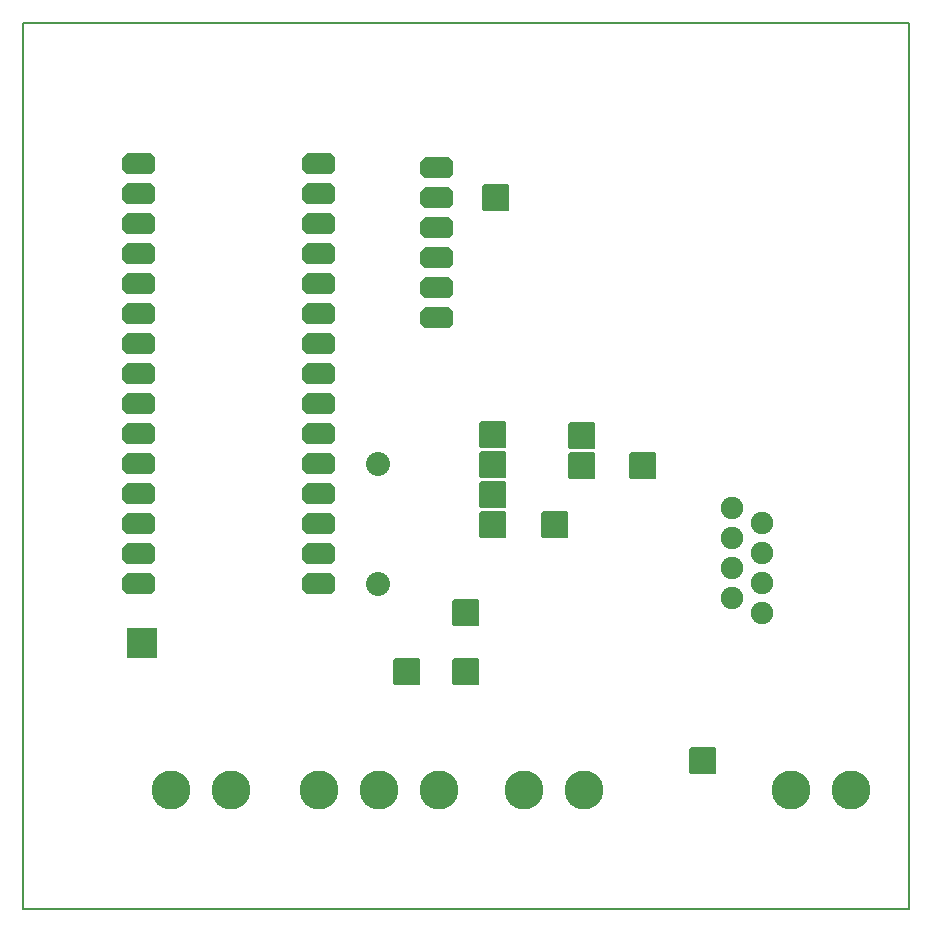
<source format=gbr>
G04 PROTEUS GERBER X2 FILE*
%TF.GenerationSoftware,Labcenter,Proteus,8.10-SP3-Build29560*%
%TF.CreationDate,2022-04-01T22:25:54+00:00*%
%TF.FileFunction,Soldermask,Bot*%
%TF.FilePolarity,Negative*%
%TF.Part,Single*%
%TF.SameCoordinates,{d6a88fbf-1cde-4ff9-8d92-a6d7fee4950a}*%
%FSLAX45Y45*%
%MOMM*%
G01*
%AMPPAD011*
4,1,8,
-1.397000,-0.509800,
-1.397000,0.509800,
-1.017800,0.889000,
1.017800,0.889000,
1.397000,0.509800,
1.397000,-0.509800,
1.017800,-0.889000,
-1.017800,-0.889000,
-1.397000,-0.509800,
0*%
%TA.AperFunction,Material*%
%ADD71PPAD011*%
%TA.AperFunction,Material*%
%ADD20C,2.032000*%
%AMPPAD013*
4,1,36,
-1.143000,-1.016000,
-1.143000,1.016000,
-1.140470,1.041970,
-1.133200,1.065980,
-1.121650,1.087580,
-1.106290,1.106290,
-1.087570,1.121650,
-1.065980,1.133200,
-1.041970,1.140470,
-1.016000,1.143000,
1.016000,1.143000,
1.041970,1.140470,
1.065980,1.133200,
1.087570,1.121650,
1.106290,1.106290,
1.121650,1.087580,
1.133200,1.065980,
1.140470,1.041970,
1.143000,1.016000,
1.143000,-1.016000,
1.140470,-1.041970,
1.133200,-1.065980,
1.121650,-1.087580,
1.106290,-1.106290,
1.087570,-1.121650,
1.065980,-1.133200,
1.041970,-1.140470,
1.016000,-1.143000,
-1.016000,-1.143000,
-1.041970,-1.140470,
-1.065980,-1.133200,
-1.087570,-1.121650,
-1.106290,-1.106290,
-1.121650,-1.087580,
-1.133200,-1.065980,
-1.140470,-1.041970,
-1.143000,-1.016000,
0*%
%TA.AperFunction,Material*%
%ADD21PPAD013*%
%TA.AperFunction,Material*%
%ADD22C,3.302000*%
%TA.AperFunction,Material*%
%ADD23C,1.905000*%
%AMPPAD016*
4,1,36,
-1.143000,1.270000,
1.143000,1.270000,
1.168970,1.267470,
1.192980,1.260200,
1.214580,1.248650,
1.233290,1.233290,
1.248650,1.214570,
1.260200,1.192980,
1.267470,1.168970,
1.270000,1.143000,
1.270000,-1.143000,
1.267470,-1.168970,
1.260200,-1.192980,
1.248650,-1.214570,
1.233290,-1.233290,
1.214580,-1.248650,
1.192980,-1.260200,
1.168970,-1.267470,
1.143000,-1.270000,
-1.143000,-1.270000,
-1.168970,-1.267470,
-1.192980,-1.260200,
-1.214580,-1.248650,
-1.233290,-1.233290,
-1.248650,-1.214570,
-1.260200,-1.192980,
-1.267470,-1.168970,
-1.270000,-1.143000,
-1.270000,1.143000,
-1.267470,1.168970,
-1.260200,1.192980,
-1.248650,1.214570,
-1.233290,1.233290,
-1.214580,1.248650,
-1.192980,1.260200,
-1.168970,1.267470,
-1.143000,1.270000,
0*%
%TA.AperFunction,Material*%
%ADD24PPAD016*%
%AMPPAD017*
4,1,36,
-1.016000,1.143000,
1.016000,1.143000,
1.041970,1.140470,
1.065980,1.133200,
1.087580,1.121650,
1.106290,1.106290,
1.121650,1.087570,
1.133200,1.065980,
1.140470,1.041970,
1.143000,1.016000,
1.143000,-1.016000,
1.140470,-1.041970,
1.133200,-1.065980,
1.121650,-1.087570,
1.106290,-1.106290,
1.087580,-1.121650,
1.065980,-1.133200,
1.041970,-1.140470,
1.016000,-1.143000,
-1.016000,-1.143000,
-1.041970,-1.140470,
-1.065980,-1.133200,
-1.087580,-1.121650,
-1.106290,-1.106290,
-1.121650,-1.087570,
-1.133200,-1.065980,
-1.140470,-1.041970,
-1.143000,-1.016000,
-1.143000,1.016000,
-1.140470,1.041970,
-1.133200,1.065980,
-1.121650,1.087570,
-1.106290,1.106290,
-1.087580,1.121650,
-1.065980,1.133200,
-1.041970,1.140470,
-1.016000,1.143000,
0*%
%TA.AperFunction,Material*%
%ADD25PPAD017*%
%TA.AperFunction,Profile*%
%ADD19C,0.203200*%
%TD.AperFunction*%
D71*
X-10250000Y+6250000D03*
X-10250000Y+6504000D03*
X-10250000Y+6758000D03*
X-10250000Y+7012000D03*
X-10250000Y+7266000D03*
X-10250000Y+7520000D03*
X-10250000Y+7774000D03*
X-10250000Y+8028000D03*
X-10250000Y+8282000D03*
X-10250000Y+8536000D03*
X-10250000Y+8790000D03*
X-10250000Y+9044000D03*
X-10250000Y+9298000D03*
X-10250000Y+9552000D03*
X-10250000Y+9806000D03*
X-11774000Y+9806000D03*
X-11774000Y+9552000D03*
X-11774000Y+9298000D03*
X-11774000Y+9044000D03*
X-11774000Y+8790000D03*
X-11774000Y+8536000D03*
X-11774000Y+8282000D03*
X-11774000Y+8028000D03*
X-11774000Y+7774000D03*
X-11774000Y+7520000D03*
X-11774000Y+7266000D03*
X-11774000Y+7012000D03*
X-11774000Y+6758000D03*
X-11774000Y+6504000D03*
X-11774000Y+6250000D03*
X-9250000Y+8500000D03*
X-9250000Y+8754000D03*
X-9250000Y+9008000D03*
X-9250000Y+9262000D03*
X-9250000Y+9516000D03*
X-9250000Y+9770000D03*
D20*
X-9750000Y+6250000D03*
X-9750000Y+7266000D03*
D21*
X-8771000Y+6746000D03*
X-8771000Y+7000000D03*
X-8771000Y+7254000D03*
X-8771000Y+7508000D03*
D22*
X-6250000Y+4500000D03*
X-5742000Y+4500000D03*
X-11500000Y+4500000D03*
X-10992000Y+4500000D03*
X-8000000Y+4500000D03*
X-8508000Y+4500000D03*
X-9234000Y+4500000D03*
X-9742000Y+4500000D03*
X-10250000Y+4500000D03*
D21*
X-8021000Y+7246000D03*
X-8021000Y+7500000D03*
D23*
X-6500000Y+6000000D03*
X-6754000Y+6127000D03*
X-6500000Y+6254000D03*
X-6754000Y+6381000D03*
X-6500000Y+6508000D03*
X-6754000Y+6635000D03*
X-6500000Y+6762000D03*
X-6754000Y+6889000D03*
D24*
X-11750000Y+5750000D03*
D25*
X-9500000Y+5500000D03*
X-8750000Y+9516000D03*
X-9000000Y+5500000D03*
X-9000000Y+6000000D03*
X-7500000Y+7250000D03*
X-7000000Y+4750000D03*
X-8250000Y+6750000D03*
D19*
X-12750000Y+3500000D02*
X-5250000Y+3500000D01*
X-5250000Y+11000000D01*
X-12750000Y+11000000D01*
X-12750000Y+3500000D01*
M02*

</source>
